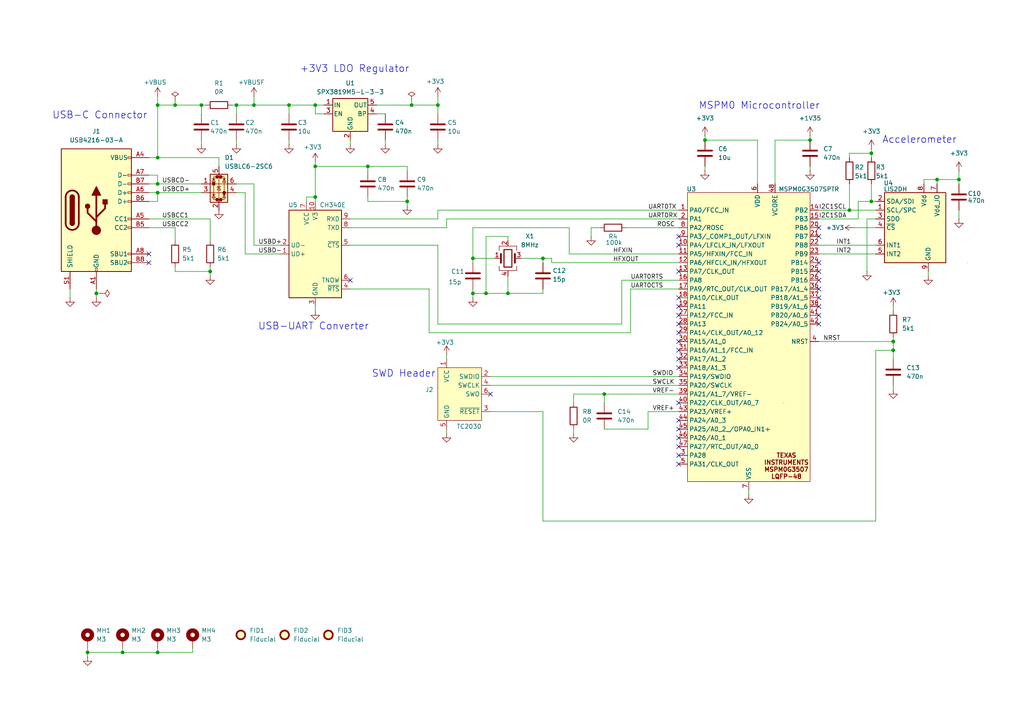
<source format=kicad_sch>
(kicad_sch (version 20250114) (generator "eeschema") (generator_version "9.0")
  (paper "A4")
  (title_block (title "MSPM0") (date "2025-12-05") (rev "A") (company "Umaid"))
  (text "MSPM0 Microcontroller" (at 220.218 30.734 0) (effects (font (size 2.032 2.032))))
  (text "Accelerometer" (at 266.7 40.64 0) (effects (font (size 2.032 2.032))))
  (text "USB-C Connector\n" (at 28.956 33.528 0) (effects (font (size 2.032 2.032))))
  (text "USB-UART Converter" (at 90.932 94.742 0) (effects (font (size 2.032 2.032))))
  (text "SWD Header" (at 117.094 108.458 0) (effects (font (size 2.032 2.032))))
  (text "+3V3 LDO Regulator" (at 102.87 20.066 0) (effects (font (size 2.032 2.032))))
  (junction (at 259.08 99.06))
  (junction (at 35.56 189.23))
  (junction (at 73.66 30.48))
  (junction (at 91.44 30.48))
  (junction (at 271.78 52.07))
  (junction (at 204.47 40.64))
  (junction (at 147.32 85.09))
  (junction (at 137.16 74.93))
  (junction (at 252.73 44.45))
  (junction (at 68.58 30.48))
  (junction (at 25.4 189.23))
  (junction (at 119.38 30.48))
  (junction (at 58.42 30.48))
  (junction (at 157.48 74.93))
  (junction (at 45.72 55.88))
  (junction (at 45.72 30.48))
  (junction (at 45.72 189.23))
  (junction (at 45.72 45.72))
  (junction (at 259.08 101.6))
  (junction (at 278.13 52.07))
  (junction (at 27.94 85.09))
  (junction (at 234.95 40.64))
  (junction (at 246.38 60.96))
  (junction (at 137.16 85.09))
  (junction (at 127 30.48))
  (junction (at 91.44 48.26))
  (junction (at 175.26 114.3))
  (junction (at 50.8 30.48))
  (junction (at 60.96 78.74))
  (junction (at 45.72 53.34))
  (junction (at 83.82 30.48))
  (junction (at 106.68 48.26))
  (junction (at 252.73 58.42))
  (junction (at 140.97 85.09))
  (junction (at 118.11 58.42))
  (junction (at 91.44 57.15))
  (no_connect (at 101.6 81.28))
  (no_connect (at 142.24 114.3))
  (no_connect (at 237.49 88.9))
  (no_connect (at 196.85 91.44))
  (no_connect (at 196.85 101.6))
  (no_connect (at 237.49 78.74))
  (no_connect (at 196.85 104.14))
  (no_connect (at 237.49 66.04))
  (no_connect (at 196.85 93.98))
  (no_connect (at 196.85 106.68))
  (no_connect (at 196.85 132.08))
  (no_connect (at 196.85 71.12))
  (no_connect (at 237.49 93.98))
  (no_connect (at 196.85 86.36))
  (no_connect (at 237.49 91.44))
  (no_connect (at 237.49 81.28))
  (no_connect (at 196.85 129.54))
  (no_connect (at 196.85 96.52))
  (no_connect (at 196.85 134.62))
  (no_connect (at 237.49 83.82))
  (no_connect (at 196.85 121.92))
  (no_connect (at 196.85 99.06))
  (no_connect (at 196.85 88.9))
  (no_connect (at 196.85 78.74))
  (no_connect (at 237.49 76.2))
  (no_connect (at 196.85 68.58))
  (no_connect (at 196.85 127))
  (no_connect (at 237.49 68.58))
  (no_connect (at 196.85 124.46))
  (no_connect (at 43.18 73.66))
  (no_connect (at 43.18 76.2))
  (no_connect (at 237.49 86.36))
  (no_connect (at 196.85 116.84))
  (wire (pts (xy 254 63.5) (xy 251.46 63.5)))
  (wire (pts (xy 83.82 30.48) (xy 91.44 30.48)))
  (wire (pts (xy 187.96 124.46) (xy 187.96 119.38)))
  (wire (pts (xy 101.6 66.04) (xy 129.54 66.04)))
  (wire (pts (xy 254 101.6) (xy 259.08 101.6)))
  (wire (pts (xy 43.18 45.72) (xy 45.72 45.72)))
  (wire (pts (xy 127 60.96) (xy 196.85 60.96)))
  (wire (pts (xy 45.72 45.72) (xy 63.5 45.72)))
  (wire (pts (xy 91.44 57.15) (xy 91.44 58.42)))
  (wire (pts (xy 127 30.48) (xy 127 33.02)))
  (wire (pts (xy 129.54 63.5) (xy 196.85 63.5)))
  (wire (pts (xy 27.94 85.09) (xy 29.21 85.09)))
  (wire (pts (xy 237.49 71.12) (xy 254 71.12)))
  (wire (pts (xy 129.54 125.73) (xy 129.54 124.46)))
  (wire (pts (xy 248.92 58.42) (xy 252.73 58.42)))
  (wire (pts (xy 252.73 53.34) (xy 252.73 58.42)))
  (wire (pts (xy 83.82 30.48) (xy 83.82 33.02)))
  (wire (pts (xy 60.96 78.74) (xy 60.96 77.47)))
  (wire (pts (xy 182.88 83.82) (xy 196.85 83.82)))
  (wire (pts (xy 91.44 48.26) (xy 106.68 48.26)))
  (wire (pts (xy 124.46 83.82) (xy 124.46 96.52)))
  (wire (pts (xy 81.28 73.66) (xy 71.12 73.66)))
  (wire (pts (xy 50.8 69.85) (xy 50.8 66.04)))
  (wire (pts (xy 55.88 187.96) (xy 55.88 189.23)))
  (wire (pts (xy 27.94 85.09) (xy 27.94 83.82)))
  (wire (pts (xy 137.16 86.36) (xy 137.16 85.09)))
  (wire (pts (xy 187.96 119.38) (xy 196.85 119.38)))
  (wire (pts (xy 106.68 48.26) (xy 106.68 49.53)))
  (wire (pts (xy 93.98 33.02) (xy 91.44 33.02)))
  (wire (pts (xy 58.42 41.91) (xy 58.42 40.64)))
  (wire (pts (xy 63.5 48.26) (xy 63.5 45.72)))
  (wire (pts (xy 50.8 78.74) (xy 60.96 78.74)))
  (wire (pts (xy 175.26 116.84) (xy 175.26 114.3)))
  (wire (pts (xy 45.72 27.94) (xy 45.72 30.48)))
  (wire (pts (xy 101.6 71.12) (xy 127 71.12)))
  (wire (pts (xy 45.72 30.48) (xy 50.8 30.48)))
  (wire (pts (xy 43.18 58.42) (xy 45.72 58.42)))
  (wire (pts (xy 91.44 46.99) (xy 91.44 48.26)))
  (wire (pts (xy 25.4 190.5) (xy 25.4 189.23)))
  (wire (pts (xy 166.37 114.3) (xy 175.26 114.3)))
  (wire (pts (xy 60.96 80.01) (xy 60.96 78.74)))
  (wire (pts (xy 45.72 187.96) (xy 45.72 189.23)))
  (wire (pts (xy 45.72 50.8) (xy 45.72 53.34)))
  (wire (pts (xy 118.11 58.42) (xy 118.11 57.15)))
  (wire (pts (xy 119.38 29.21) (xy 119.38 30.48)))
  (wire (pts (xy 25.4 187.96) (xy 25.4 189.23)))
  (wire (pts (xy 101.6 83.82) (xy 124.46 83.82)))
  (wire (pts (xy 142.24 111.76) (xy 196.85 111.76)))
  (wire (pts (xy 106.68 48.26) (xy 118.11 48.26)))
  (wire (pts (xy 157.48 76.2) (xy 157.48 74.93)))
  (wire (pts (xy 60.96 63.5) (xy 60.96 69.85)))
  (wire (pts (xy 278.13 60.96) (xy 278.13 63.5)))
  (wire (pts (xy 252.73 58.42) (xy 254 58.42)))
  (wire (pts (xy 173.99 66.04) (xy 171.45 66.04)))
  (wire (pts (xy 91.44 30.48) (xy 93.98 30.48)))
  (wire (pts (xy 252.73 44.45) (xy 252.73 43.18)))
  (wire (pts (xy 219.71 53.34) (xy 219.71 40.64)))
  (wire (pts (xy 124.46 96.52) (xy 182.88 96.52)))
  (wire (pts (xy 175.26 114.3) (xy 196.85 114.3)))
  (wire (pts (xy 35.56 189.23) (xy 45.72 189.23)))
  (wire (pts (xy 127 63.5) (xy 127 60.96)))
  (wire (pts (xy 91.44 90.17) (xy 91.44 88.9)))
  (wire (pts (xy 106.68 58.42) (xy 106.68 57.15)))
  (wire (pts (xy 91.44 33.02) (xy 91.44 30.48)))
  (wire (pts (xy 127 93.98) (xy 127 71.12)))
  (wire (pts (xy 175.26 124.46) (xy 187.96 124.46)))
  (wire (pts (xy 109.22 33.02) (xy 111.76 33.02)))
  (wire (pts (xy 119.38 30.48) (xy 127 30.48)))
  (wire (pts (xy 101.6 41.91) (xy 101.6 40.64)))
  (wire (pts (xy 259.08 99.06) (xy 237.49 99.06)))
  (wire (pts (xy 147.32 68.58) (xy 140.97 68.58)))
  (wire (pts (xy 50.8 29.21) (xy 50.8 30.48)))
  (wire (pts (xy 50.8 77.47) (xy 50.8 78.74)))
  (wire (pts (xy 106.68 58.42) (xy 118.11 58.42)))
  (wire (pts (xy 88.9 57.15) (xy 91.44 57.15)))
  (wire (pts (xy 237.49 60.96) (xy 246.38 60.96)))
  (wire (pts (xy 81.28 71.12) (xy 73.66 71.12)))
  (wire (pts (xy 246.38 45.72) (xy 246.38 44.45)))
  (wire (pts (xy 271.78 52.07) (xy 271.78 53.34)))
  (wire (pts (xy 157.48 119.38) (xy 157.48 151.13)))
  (wire (pts (xy 157.48 85.09) (xy 147.32 85.09)))
  (wire (pts (xy 247.65 66.04) (xy 254 66.04)))
  (wire (pts (xy 160.02 76.2) (xy 196.85 76.2)))
  (wire (pts (xy 43.18 50.8) (xy 45.72 50.8)))
  (wire (pts (xy 237.49 63.5) (xy 248.92 63.5)))
  (wire (pts (xy 246.38 60.96) (xy 254 60.96)))
  (wire (pts (xy 160.02 76.2) (xy 160.02 74.93)))
  (wire (pts (xy 43.18 55.88) (xy 45.72 55.88)))
  (wire (pts (xy 217.17 143.51) (xy 217.17 142.24)))
  (wire (pts (xy 35.56 187.96) (xy 35.56 189.23)))
  (wire (pts (xy 142.24 119.38) (xy 157.48 119.38)))
  (wire (pts (xy 259.08 104.14) (xy 259.08 101.6)))
  (wire (pts (xy 269.24 78.74) (xy 269.24 80.01)))
  (wire (pts (xy 224.79 40.64) (xy 234.95 40.64)))
  (wire (pts (xy 45.72 58.42) (xy 45.72 55.88)))
  (wire (pts (xy 219.71 40.64) (xy 204.47 40.64)))
  (wire (pts (xy 67.31 30.48) (xy 68.58 30.48)))
  (wire (pts (xy 68.58 55.88) (xy 71.12 55.88)))
  (wire (pts (xy 137.16 66.04) (xy 137.16 74.93)))
  (wire (pts (xy 182.88 96.52) (xy 182.88 83.82)))
  (wire (pts (xy 50.8 66.04) (xy 43.18 66.04)))
  (wire (pts (xy 246.38 44.45) (xy 252.73 44.45)))
  (wire (pts (xy 166.37 125.73) (xy 166.37 124.46)))
  (wire (pts (xy 147.32 85.09) (xy 140.97 85.09)))
  (wire (pts (xy 68.58 30.48) (xy 73.66 30.48)))
  (wire (pts (xy 252.73 44.45) (xy 252.73 45.72)))
  (wire (pts (xy 140.97 85.09) (xy 137.16 85.09)))
  (wire (pts (xy 58.42 30.48) (xy 59.69 30.48)))
  (wire (pts (xy 109.22 30.48) (xy 119.38 30.48)))
  (wire (pts (xy 171.45 66.04) (xy 171.45 68.58)))
  (wire (pts (xy 118.11 48.26) (xy 118.11 49.53)))
  (wire (pts (xy 20.32 86.36) (xy 20.32 83.82)))
  (wire (pts (xy 58.42 30.48) (xy 58.42 33.02)))
  (wire (pts (xy 147.32 68.58) (xy 147.32 69.85)))
  (wire (pts (xy 204.47 49.53) (xy 204.47 48.26)))
  (wire (pts (xy 234.95 49.53) (xy 234.95 48.26)))
  (wire (pts (xy 129.54 102.87) (xy 129.54 104.14)))
  (wire (pts (xy 83.82 41.91) (xy 83.82 40.64)))
  (wire (pts (xy 248.92 63.5) (xy 248.92 58.42)))
  (wire (pts (xy 259.08 88.9) (xy 259.08 90.17)))
  (wire (pts (xy 165.1 66.04) (xy 165.1 73.66)))
  (wire (pts (xy 224.79 53.34) (xy 224.79 40.64)))
  (wire (pts (xy 160.02 74.93) (xy 157.48 74.93)))
  (wire (pts (xy 267.97 52.07) (xy 271.78 52.07)))
  (wire (pts (xy 137.16 76.2) (xy 137.16 74.93)))
  (wire (pts (xy 204.47 39.37) (xy 204.47 40.64)))
  (wire (pts (xy 68.58 41.91) (xy 68.58 40.64)))
  (wire (pts (xy 73.66 27.94) (xy 73.66 30.48)))
  (wire (pts (xy 165.1 73.66) (xy 196.85 73.66)))
  (wire (pts (xy 27.94 86.36) (xy 27.94 85.09)))
  (wire (pts (xy 45.72 189.23) (xy 55.88 189.23)))
  (wire (pts (xy 73.66 30.48) (xy 83.82 30.48)))
  (wire (pts (xy 142.24 109.22) (xy 196.85 109.22)))
  (wire (pts (xy 91.44 48.26) (xy 91.44 57.15)))
  (wire (pts (xy 278.13 52.07) (xy 278.13 53.34)))
  (wire (pts (xy 45.72 55.88) (xy 58.42 55.88)))
  (wire (pts (xy 254 151.13) (xy 254 101.6)))
  (wire (pts (xy 127 27.94) (xy 127 30.48)))
  (wire (pts (xy 166.37 116.84) (xy 166.37 114.3)))
  (wire (pts (xy 129.54 66.04) (xy 129.54 63.5)))
  (wire (pts (xy 180.34 81.28) (xy 196.85 81.28)))
  (wire (pts (xy 43.18 63.5) (xy 60.96 63.5)))
  (wire (pts (xy 234.95 39.37) (xy 234.95 40.64)))
  (wire (pts (xy 25.4 189.23) (xy 35.56 189.23)))
  (wire (pts (xy 111.76 41.91) (xy 111.76 40.64)))
  (wire (pts (xy 118.11 59.69) (xy 118.11 58.42)))
  (wire (pts (xy 88.9 58.42) (xy 88.9 57.15)))
  (wire (pts (xy 45.72 30.48) (xy 45.72 45.72)))
  (wire (pts (xy 251.46 63.5) (xy 251.46 78.74)))
  (wire (pts (xy 267.97 53.34) (xy 267.97 52.07)))
  (wire (pts (xy 157.48 151.13) (xy 254 151.13)))
  (wire (pts (xy 151.13 74.93) (xy 157.48 74.93)))
  (wire (pts (xy 73.66 53.34) (xy 68.58 53.34)))
  (wire (pts (xy 137.16 74.93) (xy 143.51 74.93)))
  (wire (pts (xy 180.34 93.98) (xy 180.34 81.28)))
  (wire (pts (xy 45.72 53.34) (xy 58.42 53.34)))
  (wire (pts (xy 271.78 52.07) (xy 278.13 52.07)))
  (wire (pts (xy 278.13 49.53) (xy 278.13 52.07)))
  (wire (pts (xy 43.18 53.34) (xy 45.72 53.34)))
  (wire (pts (xy 127 93.98) (xy 180.34 93.98)))
  (wire (pts (xy 137.16 66.04) (xy 165.1 66.04)))
  (wire (pts (xy 73.66 71.12) (xy 73.66 53.34)))
  (wire (pts (xy 157.48 83.82) (xy 157.48 85.09)))
  (wire (pts (xy 259.08 97.79) (xy 259.08 99.06)))
  (wire (pts (xy 259.08 113.03) (xy 259.08 111.76)))
  (wire (pts (xy 137.16 85.09) (xy 137.16 83.82)))
  (wire (pts (xy 237.49 73.66) (xy 254 73.66)))
  (wire (pts (xy 127 41.91) (xy 127 40.64)))
  (wire (pts (xy 246.38 53.34) (xy 246.38 60.96)))
  (wire (pts (xy 50.8 30.48) (xy 58.42 30.48)))
  (wire (pts (xy 68.58 30.48) (xy 68.58 33.02)))
  (wire (pts (xy 71.12 73.66) (xy 71.12 55.88)))
  (wire (pts (xy 181.61 66.04) (xy 196.85 66.04)))
  (wire (pts (xy 259.08 101.6) (xy 259.08 99.06)))
  (wire (pts (xy 140.97 68.58) (xy 140.97 85.09)))
  (wire (pts (xy 101.6 63.5) (xy 127 63.5)))
  (wire (pts (xy 147.32 80.01) (xy 147.32 85.09)))
  (label "VREF+" (at 189.23 119.38 0))
  (label "ROSC" (at 190.5 66.04 0))
  (label "HFXIN" (at 177.8 73.66 0))
  (label "USBCD+" (at 46.99 55.88 0))
  (label "UART0RX" (at 187.96 63.5 0))
  (label "UART0RTS" (at 182.88 81.28 0))
  (label "USBCC2" (at 46.99 66.04 0))
  (label "USBD-" (at 74.93 73.66 0))
  (label "SWCLK" (at 189.23 111.76 0))
  (label "USBCC1" (at 46.99 63.5 0))
  (label "UART0TX" (at 187.96 60.96 0))
  (label "INT2" (at 242.57 73.66 0))
  (label "I2C1SCL" (at 237.49 60.96 0))
  (label "HFXOUT" (at 177.8 76.2 0))
  (label "NRST" (at 238.76 99.06 0))
  (label "VREF-" (at 189.23 114.3 0))
  (label "INT1" (at 242.57 71.12 0))
  (label "I2C1SDA" (at 237.49 63.5 0))
  (label "USBCD-" (at 46.99 53.34 0))
  (label "USBD+" (at 74.93 71.12 0))
  (label "UART0CTS" (at 182.88 83.82 0))
  (label "SWDIO" (at 189.23 109.22 0))
  (symbol (lib_id "power:+3V3") (at 127 27.94 0) (unit 1)
    (property "Reference" "#PWR03" (effects (hide yes)))
    (property "Value" "+3V3" (at 126.238 23.622 0))
    (property "Description" "Power symbol creates a global label with name \"+3V3\"" (effects (hide yes)))
  )
  (symbol (lib_id "power:GND") (at 259.08 113.03 0) (unit 1)
    (property "Reference" "#PWR031" (effects (hide yes)))
    (property "Value" "GND" (effects (hide yes)))
    (property "Description" "Power symbol creates a global label with name \"GND\" , ground" (effects (hide yes)))
  )
  (symbol (lib_id "power:GND") (at 101.6 41.91 0) (unit 1)
    (property "Reference" "#PWR09" (effects (hide yes)))
    (property "Value" "GND" (effects (hide yes)))
    (property "Description" "Power symbol creates a global label with name \"GND\" , ground" (effects (hide yes)))
  )
  (symbol (lib_id "power:GND") (at 25.4 190.5 0) (unit 1)
    (property "Reference" "#PWR035" (effects (hide yes)))
    (property "Value" "GND" (effects (hide yes)))
    (property "Description" "Power symbol creates a global label with name \"GND\" , ground" (effects (hide yes)))
  )
  (symbol (lib_id "power:GND") (at 129.54 125.73 0) (unit 1)
    (property "Reference" "#PWR032" (effects (hide yes)))
    (property "Value" "GND" (effects (hide yes)))
    (property "Description" "Power symbol creates a global label with name \"GND\" , ground" (effects (hide yes)))
  )
  (symbol (lib_id "Mechanical:Fiducial") (at 95.25 184.15 0) (unit 1) (in_bom no)
    (property "Reference" "FID3" (at 97.79 182.8799 0) (effects (justify left)))
    (property "Value" "Fiducial" (at 97.79 185.4199 0) (effects (justify left)))
    (property "Footprint" "Fiducial:Fiducial_1mm_Mask2mm" (effects (hide yes)))
    (property "Description" "Fiducial Marker" (effects (hide yes)))
  )
  (symbol (lib_id "Regulator_Linear:SPX3819M5-L-3-3") (at 101.6 33.02 0) (unit 1)
    (property "Reference" "U1" (at 101.6 24.13 0))
    (property "Value" "SPX3819M5-L-3-3" (at 101.6 26.67 0))
    (property "Footprint" "Package_TO_SOT_SMD:SOT-23-5" (effects (hide yes)))
    (property "Datasheet" "https://www.lcsc.com/datasheet/C9055.pdf" (effects (hide yes)))
    (property "Description" "500mA Low drop-out regulator, Fixed Output 3.3V, SOT-23-5" (effects (hide yes)))
  )
  (symbol (lib_id "Mechanical:MountingHole_Pad") (at 25.4 185.42 0) (unit 1) (in_bom no)
    (property "Reference" "MH1" (at 27.94 182.8799 0) (effects (justify left)))
    (property "Value" "M3" (at 27.94 185.4199 0) (effects (justify left)))
    (property "Footprint" "MountingHole:MountingHole_3.2mm_M3_Pad_Via" (effects (hide yes)))
    (property "Description" "Mounting Hole with connection" (effects (hide yes)))
  )
  (symbol (lib_id "power:GND") (at 20.32 86.36 0) (unit 1)
    (property "Reference" "#PWR025" (effects (hide yes)))
    (property "Value" "GND" (effects (hide yes)))
    (property "Description" "Power symbol creates a global label with name \"GND\" , ground" (effects (hide yes)))
  )
  (symbol (lib_id "Interface_USB:CH340E") (at 91.44 73.66 0) (unit 1)
    (property "Reference" "U5" (at 83.566 59.436 0) (effects (justify left)))
    (property "Value" "CH340E" (at 92.71 59.436 0) (effects (justify left)))
    (property "Footprint" "Package_SO:MSOP-10_3x3mm_P0.5mm" (effects (hide yes)))
    (property "Datasheet" "https://www.mpja.com/download/35227cpdata.pdf" (effects (hide yes)))
    (property "Description" "USB serial converter, UART, MSOP-10" (effects (hide yes)))
  )
  (symbol (lib_id "Device:R") (at 259.08 93.98 0) (unit 1)
    (property "Reference" "R7" (at 261.62 92.7099 0) (effects (justify left)))
    (property "Value" "5k1" (at 261.62 95.2499 0) (effects (justify left)))
    (property "Footprint" "Resistor_SMD:R_0603_1608Metric" (effects (hide yes)))
    (property "Datasheet" "https://www.yageogroup.com/content/datasheet/asset/file/PYU-RC_GROUP_51_ROHS_L" (effects (hide yes)))
    (property "Description" "51 kOhms ±1% 0.1W, 1/10W Chip Resistor 0603 (1608 Metric) Moisture Resistant Thick Film" (effects (hide yes)))
    (property "Manufacturer" "YAGEO" (effects (hide yes)))
    (property "Manufacturer Part Number" "RC0603FR-0751KL" (effects (hide yes)))
    (property "Distributor Link 1" "https://www.digikey.ca/en/products/detail/yageo/RC0603FR-0751KL/727282" (effects (hide yes)))
    (property "Distributor Link 2" "https://www.mouser.ca/ProductDetail/YAGEO/RC0603FR-0751KL?qs=gt6vzsuosg0qFVKA4rhikw%3D%3D" (effects (hide yes)))
    (property "LCSC" " C107231" (effects (hide yes)))
  )
  (symbol (lib_id "power:+3V3") (at 252.73 43.18 0) (unit 1)
    (property "Reference" "#PWR012" (effects (hide yes)))
    (property "Value" "+3V3" (at 252.73 38.1 0))
    (property "Description" "Power symbol creates a global label with name \"+3V3\"" (effects (hide yes)))
  )
  (symbol (lib_id "power:GND") (at 137.16 86.36 0) (unit 1)
    (property "Reference" "#PWR027" (effects (hide yes)))
    (property "Value" "GND" (effects (hide yes)))
    (property "Description" "Power symbol creates a global label with name \"GND\" , ground" (effects (hide yes)))
  )
  (symbol (lib_id "power:GND") (at 171.45 68.58 0) (unit 1)
    (property "Reference" "#PWR021" (effects (hide yes)))
    (property "Value" "GND" (effects (hide yes)))
    (property "Description" "Power symbol creates a global label with name \"GND\" , ground" (effects (hide yes)))
  )
  (symbol (lib_id "Device:C") (at 234.95 44.45 0) (unit 1)
    (property "Reference" "C7" (at 238.76 43.1799 0) (effects (justify left)))
    (property "Value" "470n" (at 238.76 45.7199 0) (effects (justify left)))
    (property "Footprint" "Capacitor_SMD:C_0603_1608Metric" (effects (hide yes)))
    (property "Datasheet" "https://www.samsungsem.com/resources/file/global/support/product_catalog/MLCC.pdf" (effects (hide yes)))
    (property "Description" "Multilayer Ceramic Capacitors MLCC - SMD/SMT 470nF+/-10% 25V X7R 0603" (effects (hide yes)))
    (property "Manufacturer" "Samsung" (effects (hide yes)))
    (property "Manufacturer Part Number" "CL10B474KA8NNNC" (effects (hide yes)))
    (property "Distributor Link 1" "https://www.mouser.ca/ProductDetail/Samsung-Electro-Mechanics/CL10B474KA8NNNC?qs=X6jEic%2FHinB5K8vFqKDbLw%3D%3D" (effects (hide yes)))
    (property "Distributor Link 2" "https://www.digikey.ca/en/products/detail/samsung-electro-mechanics/CL10B474KA8NNNC/3887741?s=N4IgTCBcDaIMIBkCMAGAQgFgOwYNIEEAOAOVLhAF0BfIA" (effects (hide yes)))
    (property "LCSC" "C1623" (effects (hide yes)))
  )
  (symbol (lib_id "power:GND") (at 58.42 41.91 0) (unit 1)
    (property "Reference" "#PWR06" (effects (hide yes)))
    (property "Value" "GND" (effects (hide yes)))
    (property "Description" "Power symbol creates a global label with name \"GND\" , ground" (effects (hide yes)))
  )
  (symbol (lib_id "power:GND") (at 217.17 143.51 0) (unit 1)
    (property "Reference" "#PWR034" (effects (hide yes)))
    (property "Value" "GND" (effects (hide yes)))
    (property "Description" "Power symbol creates a global label with name \"GND\" , ground" (effects (hide yes)))
  )
  (symbol (lib_id "power:+3V3") (at 91.44 46.99 0) (unit 1)
    (property "Reference" "#PWR013" (effects (hide yes)))
    (property "Value" "+3V3" (at 90.678 42.672 0))
    (property "Description" "Power symbol creates a global label with name \"+3V3\"" (effects (hide yes)))
  )
  (symbol (lib_id "power:GND") (at 234.95 49.53 0) (unit 1)
    (property "Reference" "#PWR015" (effects (hide yes)))
    (property "Value" "GND" (effects (hide yes)))
    (property "Description" "Power symbol creates a global label with name \"GND\" , ground" (effects (hide yes)))
  )
  (symbol (lib_id "Device:R") (at 50.8 73.66 0) (unit 1)
    (property "Reference" "R5" (at 52.832 72.39 0) (effects (justify left)))
    (property "Value" "5k1" (at 52.832 74.93 0) (effects (justify left)))
    (property "Footprint" "Resistor_SMD:R_0603_1608Metric" (effects (hide yes)))
    (property "Datasheet" "https://www.yageogroup.com/content/datasheet/asset/file/PYU-RC_GROUP_51_ROHS_L" (effects (hide yes)))
    (property "Description" "51 kOhms ±1% 0.1W, 1/10W Chip Resistor 0603 (1608 Metric) Moisture Resistant Thick Film" (effects (hide yes)))
    (property "Manufacturer" "YAGEO" (effects (hide yes)))
    (property "Manufacturer Part Number" "RC0603FR-0751KL" (effects (hide yes)))
    (property "Distributor Link 1" "https://www.digikey.ca/en/products/detail/yageo/RC0603FR-0751KL/727282" (effects (hide yes)))
    (property "Distributor Link 2" "https://www.mouser.ca/ProductDetail/YAGEO/RC0603FR-0751KL?qs=gt6vzsuosg0qFVKA4rhikw%3D%3D" (effects (hide yes)))
    (property "LCSC" " C107231" (effects (hide yes)))
  )
  (symbol (lib_id "power:GND") (at 60.96 80.01 0) (unit 1)
    (property "Reference" "#PWR023" (effects (hide yes)))
    (property "Value" "GND" (effects (hide yes)))
    (property "Description" "Power symbol creates a global label with name \"GND\" , ground" (effects (hide yes)))
  )
  (symbol (lib_id "Device:C") (at 157.48 80.01 0) (unit 1)
    (property "Reference" "C12" (at 160.274 78.486 0) (effects (justify left)))
    (property "Value" "15p" (at 160.274 81.026 0) (effects (justify left)))
    (property "Footprint" "Capacitor_SMD:C_0603_1608Metric" (effects (hide yes)))
    (property "Datasheet" "https://www.samsungsem.com/resources/file/global/support/product_catalog/MLCC.pdf" (effects (hide yes)))
    (property "Description" "Multilayer Ceramic Capacitors MLCC - SMD/SMT 470nF+/-10% 25V X7R 0603" (effects (hide yes)))
    (property "Manufacturer" "Samsung" (effects (hide yes)))
    (property "Manufacturer Part Number" "CL10B474KA8NNNC" (effects (hide yes)))
    (property "Distributor Link 1" "https://www.mouser.ca/ProductDetail/Samsung-Electro-Mechanics/CL10B474KA8NNNC?qs=X6jEic%2FHinB5K8vFqKDbLw%3D%3D" (effects (hide yes)))
    (property "Distributor Link 2" "https://www.digikey.ca/en/products/detail/samsung-electro-mechanics/CL10B474KA8NNNC/3887741?s=N4IgTCBcDaIMIBkCMAGAQgFgOwYNIEEAOAOVLhAF0BfIA" (effects (hide yes)))
    (property "LCSC" "C1623" (effects (hide yes)))
  )
  (symbol (lib_id "Device:C") (at 259.08 107.95 0) (unit 1)
    (property "Reference" "C13" (at 262.89 106.6799 0) (effects (justify left)))
    (property "Value" "470n" (at 262.89 109.2199 0) (effects (justify left)))
    (property "Footprint" "Capacitor_SMD:C_0603_1608Metric" (effects (hide yes)))
    (property "Datasheet" "https://www.samsungsem.com/resources/file/global/support/product_catalog/MLCC.pdf" (effects (hide yes)))
    (property "Description" "Multilayer Ceramic Capacitors MLCC - SMD/SMT 470nF+/-10% 25V X7R 0603" (effects (hide yes)))
    (property "Manufacturer" "Samsung" (effects (hide yes)))
    (property "Manufacturer Part Number" "CL10B474KA8NNNC" (effects (hide yes)))
    (property "Distributor Link 1" "https://www.mouser.ca/ProductDetail/Samsung-Electro-Mechanics/CL10B474KA8NNNC?qs=X6jEic%2FHinB5K8vFqKDbLw%3D%3D" (effects (hide yes)))
    (property "Distributor Link 2" "https://www.digikey.ca/en/products/detail/samsung-electro-mechanics/CL10B474KA8NNNC/3887741?s=N4IgTCBcDaIMIBkCMAGAQgFgOwYNIEEAOAOVLhAF0BfIA" (effects (hide yes)))
    (property "LCSC" "C1623" (effects (hide yes)))
  )
  (symbol (lib_id "power:GND") (at 127 41.91 0) (unit 1)
    (property "Reference" "#PWR011" (effects (hide yes)))
    (property "Value" "GND" (effects (hide yes)))
    (property "Description" "Power symbol creates a global label with name \"GND\" , ground" (effects (hide yes)))
  )
  (symbol (lib_id "Device:R") (at 63.5 30.48 90) (unit 1)
    (property "Reference" "R1" (at 63.5 24.13 90))
    (property "Value" "0R" (at 63.5 26.67 90))
    (property "Footprint" "Resistor_SMD:R_0603_1608Metric" (effects (hide yes)))
    (property "Datasheet" "https://www.yageogroup.com/content/datasheet/asset/file/PYU-RC_GROUP_51_ROHS_L" (effects (hide yes)))
    (property "Description" "Thick Film Resistors - SMD General Purpose Chip Resistor 0402, 0Ohms, 1%, 1/16W" (effects (hide yes)))
    (property "Manufacturer" "YAGEO" (effects (hide yes)))
    (property "Manufacturer Part Number" "RC0402FR-070RL" (effects (hide yes)))
    (property "Distributor Link 1" "https://www.digikey.ca/en/products/detail/yageo/RC0402FR-070RL/2827570?s=N4IgTCBcDaIJoEEDiBRA8gAgEoGEAMALHmAGJYC0eA7HlgDIgC6AvkA" (effects (hide yes)))
    (property "Distributor Link 2" "https://www.mouser.ca/ProductDetail/YAGEO/RC0402FR-070RL?qs=sxZXDnvRBEhfSy4CZGX2ww%3D%3D" (effects (hide yes)))
    (property "LCSC" "C106231" (effects (hide yes)))
  )
  (symbol (lib_id "power:GND") (at 68.58 41.91 0) (unit 1)
    (property "Reference" "#PWR07" (effects (hide yes)))
    (property "Value" "GND" (effects (hide yes)))
    (property "Description" "Power symbol creates a global label with name \"GND\" , ground" (effects (hide yes)))
  )
  (symbol (lib_id "MSPM0-SchematicSymLib:MSPM0G3507") (at 199.39 55.88 0) (unit 1)
    (property "Reference" "U3" (at 199.136 54.864 0) (effects (justify left)))
    (property "Value" "MSPM0G3507SPTR" (at 225.806 54.864 0) (effects (justify left)))
    (property "Footprint" "Package_QFP:LQFP-48_7x7mm_P0.5mm" (effects (hide yes)))
    (property "Datasheet" "https://www.ti.com/lit/ds/symlink/mspm0g3507.pdf?ts=1764947719310&ref_url=https%253A%252F%252Fwww.ti.com%252Fproduct%252FMSPM0G3507%252Fpart-details%252FMSPM0G3507SPTR" (effects (hide yes)))
    (property "Description" "Microcontroller Arm® 32-bit Cortex®-M0+ CPU, frequency up to 80MHz, 128KB of flash memory, 32KB of SRAM" (effects (hide yes)))
    (property "Manufacturer" "Texas Instruments" (effects (hide yes)))
    (property "Manufacturer Part Number" "MSPM0G3507SPTR" (effects (hide yes)))
    (property "Distributor Link 1" "https://www.digikey.ca/en/products/detail/texas-instruments/MSPM0G3507SPTR/22106901?s=N4IgTCBcDaILYGcAOcAMBzAzAVlQdmQBcAnEAXQF8g" (effects (hide yes)))
    (property "Distributor Link 2" "https://www.mouser.ca/ProductDetail/Texas-Instruments/MSPM0G3507SPTR?qs=ST9lo4GX8V1GEI0H4GAJcA%3D%3D" (effects (hide yes)))
    (property "LCSC" "C22362630" (effects (hide yes)))
  )
  (symbol (lib_id "power:PWR_FLAG") (at 29.21 85.09 270) (unit 1)
    (property "Reference" "#FLG01" (effects (hide yes)))
    (property "Value" "PWR_FLAG" (effects (hide yes)))
    (property "Description" "Special symbol for telling ERC where power comes from" (effects (hide yes)))
  )
  (symbol (lib_id "power:GND") (at 118.11 59.69 0) (unit 1)
    (property "Reference" "#PWR017" (effects (hide yes)))
    (property "Value" "GND" (effects (hide yes)))
    (property "Description" "Power symbol creates a global label with name \"GND\" , ground" (effects (hide yes)))
  )
  (symbol (lib_id "power:GND") (at 278.13 63.5 0) (unit 1)
    (property "Reference" "#PWR019" (effects (hide yes)))
    (property "Value" "GND" (effects (hide yes)))
    (property "Description" "Power symbol creates a global label with name \"GND\" , ground" (effects (hide yes)))
  )
  (symbol (lib_id "Device:C") (at 175.26 120.65 0) (unit 1)
    (property "Reference" "C14" (at 179.07 119.3799 0) (effects (justify left)))
    (property "Value" "470n" (at 179.07 121.9199 0) (effects (justify left)))
    (property "Footprint" "Capacitor_SMD:C_0603_1608Metric" (effects (hide yes)))
    (property "Datasheet" "https://www.samsungsem.com/resources/file/global/support/product_catalog/MLCC.pdf" (effects (hide yes)))
    (property "Description" "Multilayer Ceramic Capacitors MLCC - SMD/SMT 470nF+/-10% 25V X7R 0603" (effects (hide yes)))
    (property "Manufacturer" "Samsung" (effects (hide yes)))
    (property "Manufacturer Part Number" "CL10B474KA8NNNC" (effects (hide yes)))
    (property "Distributor Link 1" "https://www.mouser.ca/ProductDetail/Samsung-Electro-Mechanics/CL10B474KA8NNNC?qs=X6jEic%2FHinB5K8vFqKDbLw%3D%3D" (effects (hide yes)))
    (property "Distributor Link 2" "https://www.digikey.ca/en/products/detail/samsung-electro-mechanics/CL10B474KA8NNNC/3887741?s=N4IgTCBcDaIMIBkCMAGAQgFgOwYNIEEAOAOVLhAF0BfIA" (effects (hide yes)))
    (property "LCSC" "C1623" (effects (hide yes)))
  )
  (symbol (lib_id "power:GND") (at 111.76 41.91 0) (unit 1)
    (property "Reference" "#PWR010" (effects (hide yes)))
    (property "Value" "GND" (effects (hide yes)))
    (property "Description" "Power symbol creates a global label with name \"GND\" , ground" (effects (hide yes)))
  )
  (symbol (lib_id "Mechanical:Fiducial") (at 82.55 184.15 0) (unit 1) (in_bom no)
    (property "Reference" "FID2" (at 85.09 182.8799 0) (effects (justify left)))
    (property "Value" "Fiducial" (at 85.09 185.4199 0) (effects (justify left)))
    (property "Footprint" "Fiducial:Fiducial_1mm_Mask2mm" (effects (hide yes)))
    (property "Description" "Fiducial Marker" (effects (hide yes)))
  )
  (symbol (lib_id "Device:C") (at 278.13 57.15 0) (unit 1)
    (property "Reference" "C10" (at 280.67 56.134 0) (effects (justify left)))
    (property "Value" "470n" (at 280.67 58.166 0) (effects (justify left)))
    (property "Footprint" "Capacitor_SMD:C_0603_1608Metric" (effects (hide yes)))
    (property "Datasheet" "https://www.samsungsem.com/resources/file/global/support/product_catalog/MLCC.pdf" (effects (hide yes)))
    (property "Description" "Multilayer Ceramic Capacitors MLCC - SMD/SMT 470nF+/-10% 25V X7R 0603" (effects (hide yes)))
    (property "Manufacturer" "Samsung" (effects (hide yes)))
    (property "Manufacturer Part Number" "CL10B474KA8NNNC" (effects (hide yes)))
    (property "Distributor Link 1" "https://www.mouser.ca/ProductDetail/Samsung-Electro-Mechanics/CL10B474KA8NNNC?qs=X6jEic%2FHinB5K8vFqKDbLw%3D%3D" (effects (hide yes)))
    (property "Distributor Link 2" "https://www.digikey.ca/en/products/detail/samsung-electro-mechanics/CL10B474KA8NNNC/3887741?s=N4IgTCBcDaIMIBkCMAGAQgFgOwYNIEEAOAOVLhAF0BfIA" (effects (hide yes)))
    (property "LCSC" "C1623" (effects (hide yes)))
  )
  (symbol (lib_id "Device:R") (at 166.37 120.65 0) (unit 1)
    (property "Reference" "R8" (at 168.91 119.3799 0) (effects (justify left)))
    (property "Value" "0R" (at 168.91 121.9199 0) (effects (justify left)))
    (property "Footprint" "Resistor_SMD:R_0603_1608Metric" (effects (hide yes)))
    (property "Datasheet" "https://www.yageogroup.com/content/datasheet/asset/file/PYU-RC_GROUP_51_ROHS_L" (effects (hide yes)))
    (property "Description" "Thick Film Resistors - SMD General Purpose Chip Resistor 0402, 0Ohms, 1%, 1/16W" (effects (hide yes)))
    (property "Manufacturer" "YAGEO" (effects (hide yes)))
    (property "Manufacturer Part Number" "RC0402FR-070RL" (effects (hide yes)))
    (property "Distributor Link 1" "https://www.digikey.ca/en/products/detail/yageo/RC0402FR-070RL/2827570?s=N4IgTCBcDaIJoEEDiBRA8gAgEoGEAMALHmAGJYC0eA7HlgDIgC6AvkA" (effects (hide yes)))
    (property "Distributor Link 2" "https://www.mouser.ca/ProductDetail/YAGEO/RC0402FR-070RL?qs=sxZXDnvRBEhfSy4CZGX2ww%3D%3D" (effects (hide yes)))
    (property "LCSC" "C106231" (effects (hide yes)))
  )
  (symbol (lib_id "power:GND") (at 251.46 78.74 0) (unit 1)
    (property "Reference" "#PWR022" (effects (hide yes)))
    (property "Value" "GND" (effects (hide yes)))
    (property "Description" "Power symbol creates a global label with name \"GND\" , ground" (effects (hide yes)))
  )
  (symbol (lib_id "power:+3V3") (at 259.08 88.9 0) (unit 1)
    (property "Reference" "#PWR028" (effects (hide yes)))
    (property "Value" "+3V3" (at 258.572 84.836 0))
    (property "Description" "Power symbol creates a global label with name \"+3V3\"" (effects (hide yes)))
  )
  (symbol (lib_id "Connector:Conn_ARM_SWD_TagConnect_TC2030") (at 132.08 114.3 0) (unit 1) (in_bom no)
    (property "Reference" "J2" (at 125.73 113.0299 0) (effects (justify right)))
    (property "Value" "TC2030" (at 139.7 123.698 0) (effects (justify right)))
    (property "Footprint" "Connector:Tag-Connect_TC2030-IDC-FP_2x03_P1.27mm_Vertical" (effects (hide yes)))
    (property "Datasheet" "https://www.tag-connect.com/wp-content/uploads/bsk-pdf-manager/TC2030-CTX_1.pdf" (effects (hide yes)))
    (property "Description" "Tag-Connect ARM Cortex SWD JTAG connector, 6 pin" (effects (hide yes)))
  )
  (symbol (lib_id "power:GND") (at 204.47 49.53 0) (unit 1)
    (property "Reference" "#PWR014" (effects (hide yes)))
    (property "Value" "GND" (effects (hide yes)))
    (property "Description" "Power symbol creates a global label with name \"GND\" , ground" (effects (hide yes)))
  )
  (symbol (lib_id "power:+3V3") (at 204.47 39.37 0) (unit 1)
    (property "Reference" "#PWR04" (effects (hide yes)))
    (property "Value" "+3V3" (at 204.47 34.29 0))
    (property "Description" "Power symbol creates a global label with name \"+3V3\"" (effects (hide yes)))
  )
  (symbol (lib_id "Device:R") (at 252.73 49.53 0) (unit 1)
    (property "Reference" "R3" (at 254 48.514 0) (effects (justify left)))
    (property "Value" "5k1" (at 254 51.054 0) (effects (justify left)))
    (property "Footprint" "Resistor_SMD:R_0603_1608Metric" (effects (hide yes)))
    (property "Datasheet" "https://www.yageogroup.com/content/datasheet/asset/file/PYU-RC_GROUP_51_ROHS_L" (effects (hide yes)))
    (property "Description" "51 kOhms ±1% 0.1W, 1/10W Chip Resistor 0603 (1608 Metric) Moisture Resistant Thick Film" (effects (hide yes)))
    (property "Manufacturer" "YAGEO" (effects (hide yes)))
    (property "Manufacturer Part Number" "RC0603FR-0751KL" (effects (hide yes)))
    (property "Distributor Link 1" "https://www.digikey.ca/en/products/detail/yageo/RC0603FR-0751KL/727282" (effects (hide yes)))
    (property "Distributor Link 2" "https://www.mouser.ca/ProductDetail/YAGEO/RC0603FR-0751KL?qs=gt6vzsuosg0qFVKA4rhikw%3D%3D" (effects (hide yes)))
    (property "LCSC" " C107231" (effects (hide yes)))
  )
  (symbol (lib_id "Device:R") (at 246.38 49.53 0) (unit 1)
    (property "Reference" "R2" (at 247.904 48.514 0) (effects (justify left)))
    (property "Value" "5k1" (at 247.904 51.054 0) (effects (justify left)))
    (property "Footprint" "Resistor_SMD:R_0603_1608Metric" (effects (hide yes)))
    (property "Datasheet" "https://www.yageogroup.com/content/datasheet/asset/file/PYU-RC_GROUP_51_ROHS_L" (effects (hide yes)))
    (property "Description" "51 kOhms ±1% 0.1W, 1/10W Chip Resistor 0603 (1608 Metric) Moisture Resistant Thick Film" (effects (hide yes)))
    (property "Manufacturer" "YAGEO" (effects (hide yes)))
    (property "Manufacturer Part Number" "RC0603FR-0751KL" (effects (hide yes)))
    (property "Distributor Link 1" "https://www.digikey.ca/en/products/detail/yageo/RC0603FR-0751KL/727282" (effects (hide yes)))
    (property "Distributor Link 2" "https://www.mouser.ca/ProductDetail/YAGEO/RC0603FR-0751KL?qs=gt6vzsuosg0qFVKA4rhikw%3D%3D" (effects (hide yes)))
    (property "LCSC" " C107231" (effects (hide yes)))
  )
  (symbol (lib_id "power:VBUS") (at 45.72 27.94 0) (unit 1)
    (property "Reference" "#PWR01" (effects (hide yes)))
    (property "Value" "+VBUS" (at 44.958 23.876 0))
    (property "Description" "Power symbol creates a global label with name \"VBUS\"" (effects (hide yes)))
  )
  (symbol (lib_id "power:GND") (at 63.5 60.96 0) (unit 1)
    (property "Reference" "#PWR018" (effects (hide yes)))
    (property "Value" "GND" (effects (hide yes)))
    (property "Description" "Power symbol creates a global label with name \"GND\" , ground" (effects (hide yes)))
  )
  (symbol (lib_id "power:VBUS") (at 73.66 27.94 0) (unit 1)
    (property "Reference" "#PWR02" (effects (hide yes)))
    (property "Value" "+VBUSF" (at 72.898 23.876 0))
    (property "Description" "Power symbol creates a global label with name \"VBUS\"" (effects (hide yes)))
  )
  (symbol (lib_id "Mechanical:MountingHole_Pad") (at 45.72 185.42 0) (unit 1) (in_bom no)
    (property "Reference" "MH3" (at 48.26 182.8799 0) (effects (justify left)))
    (property "Value" "M3" (at 48.26 185.4199 0) (effects (justify left)))
    (property "Footprint" "MountingHole:MountingHole_3.2mm_M3_Pad_Via" (effects (hide yes)))
    (property "Description" "Mounting Hole with connection" (effects (hide yes)))
  )
  (symbol (lib_id "power:+3V3") (at 278.13 49.53 0) (unit 1)
    (property "Reference" "#PWR016" (effects (hide yes)))
    (property "Value" "+3V3" (at 278.13 44.45 0))
    (property "Description" "Power symbol creates a global label with name \"+3V3\"" (effects (hide yes)))
  )
  (symbol (lib_id "Mechanical:MountingHole_Pad") (at 55.88 185.42 0) (unit 1) (in_bom no)
    (property "Reference" "MH4" (at 58.42 182.8799 0) (effects (justify left)))
    (property "Value" "M3" (at 58.42 185.4199 0) (effects (justify left)))
    (property "Footprint" "MountingHole:MountingHole_3.2mm_M3_Pad_Via" (effects (hide yes)))
    (property "Description" "Mounting Hole with connection" (effects (hide yes)))
  )
  (symbol (lib_id "Device:C") (at 127 36.83 0) (unit 1)
    (property "Reference" "C5" (at 129.794 35.56 0) (effects (justify left)))
    (property "Value" "10u" (at 129.794 38.1 0) (effects (justify left)))
    (property "Footprint" "Capacitor_SMD:C_0805_2012Metric" (effects (hide yes)))
    (property "Datasheet" "https://www.samsungsem.com/resources/file/global/support/product_catalog/MLCC.pdf" (effects (hide yes)))
    (property "Description" "10uF 25V X5R +/-10% 0805 Multilayer Ceramic Capacitors MLCC" (effects (hide yes)))
    (property "Manufacturer" "Samsung" (effects (hide yes)))
    (property "Manufacturer Part Number" "CL21A106KAYNNNE" (effects (hide yes)))
    (property "Distributor Link 1" "https://www.mouser.ca/ProductDetail/Samsung-Electro-Mechanics/CL21A106KAYNNNE?qs=yOVawPpwOwmTXAd4dJtNjA%3D%3D" (effects (hide yes)))
    (property "Distributor Link 2" "https://www.digikey.ca/en/products/detail/samsung-electro-mechanics/CL21A106KAYNNNE/3888549?s=N4IgTCBcDaIMIBkwEYCCyAMA2A0qgmgHLECiIAugL5A" (effects (hide yes)))
    (property "LCSC" "C15850" (effects (hide yes)))
  )
  (symbol (lib_id "power:+3V3") (at 129.54 102.87 0) (unit 1)
    (property "Reference" "#PWR030" (effects (hide yes)))
    (property "Value" "+3V3" (at 129.032 99.314 0))
    (property "Description" "Power symbol creates a global label with name \"+3V3\"" (effects (hide yes)))
  )
  (symbol (lib_id "power:GND") (at 27.94 86.36 0) (unit 1)
    (property "Reference" "#PWR026" (effects (hide yes)))
    (property "Value" "GND" (effects (hide yes)))
    (property "Description" "Power symbol creates a global label with name \"GND\" , ground" (effects (hide yes)))
  )
  (symbol (lib_id "Mechanical:MountingHole_Pad") (at 35.56 185.42 0) (unit 1) (in_bom no)
    (property "Reference" "MH2" (at 38.1 182.8799 0) (effects (justify left)))
    (property "Value" "M3" (at 38.1 185.4199 0) (effects (justify left)))
    (property "Footprint" "MountingHole:MountingHole_3.2mm_M3_Pad_Via" (effects (hide yes)))
    (property "Description" "Mounting Hole with connection" (effects (hide yes)))
  )
  (symbol (lib_id "power:+3V3") (at 247.65 66.04 90) (unit 1)
    (property "Reference" "#PWR020" (effects (hide yes)))
    (property "Value" "+3V3" (at 244.856 66.04 90) (effects (justify left)))
    (property "Description" "Power symbol creates a global label with name \"+3V3\"" (effects (hide yes)))
  )
  (symbol (lib_id "Sensor_Motion:LIS2DH") (at 264.16 66.04 0) (unit 1)
    (property "Reference" "U4" (at 256.286 53.086 0) (effects (justify left)))
    (property "Value" "LIS2DH" (at 256.286 54.864 0) (effects (justify left)))
    (property "Footprint" "Package_LGA:LGA-14_2x2mm_P0.35mm_LayoutBorder3x4y" (effects (hide yes)))
    (property "Datasheet" "http://www.st.com/web/en/resource/technical/document/datasheet/DM00042751.pdf" (effects (hide yes)))
    (property "Description" "3-Axis Accelerometer, 2/4/8/16g range, I2C/SPI interface, LGA-14" (effects (hide yes)))
  )
  (symbol (lib_id "power:PWR_FLAG") (at 50.8 29.21 0) (unit 1)
    (property "Reference" "#FLG02" (effects (hide yes)))
    (property "Value" "PWR_FLAG" (effects (hide yes)))
    (property "Description" "Special symbol for telling ERC where power comes from" (effects (hide yes)))
  )
  (symbol (lib_id "Device:C") (at 137.16 80.01 0) (unit 1)
    (property "Reference" "C11" (at 130.81 78.74 0) (effects (justify left)))
    (property "Value" "15p" (at 130.048 81.788 0) (effects (justify left)))
    (property "Footprint" "Capacitor_SMD:C_0603_1608Metric" (effects (hide yes)))
    (property "Datasheet" "https://www.samsungsem.com/resources/file/global/support/product_catalog/MLCC.pdf" (effects (hide yes)))
    (property "Description" "Multilayer Ceramic Capacitors MLCC - SMD/SMT 470nF+/-10% 25V X7R 0603" (effects (hide yes)))
    (property "Manufacturer" "Samsung" (effects (hide yes)))
    (property "Manufacturer Part Number" "CL10B474KA8NNNC" (effects (hide yes)))
    (property "Distributor Link 1" "https://www.mouser.ca/ProductDetail/Samsung-Electro-Mechanics/CL10B474KA8NNNC?qs=X6jEic%2FHinB5K8vFqKDbLw%3D%3D" (effects (hide yes)))
    (property "Distributor Link 2" "https://www.digikey.ca/en/products/detail/samsung-electro-mechanics/CL10B474KA8NNNC/3887741?s=N4IgTCBcDaIMIBkCMAGAQgFgOwYNIEEAOAOVLhAF0BfIA" (effects (hide yes)))
    (property "LCSC" "C1623" (effects (hide yes)))
  )
  (symbol (lib_id "Connector:USB_C_Receptacle_USB2.0_16P") (at 27.94 60.96 0) (unit 1)
    (property "Reference" "J1" (at 27.94 38.1 0))
    (property "Value" "USB4216-03-A" (at 27.94 40.64 0))
    (property "Footprint" "Connector_USB:USB_C_Receptacle_GCT_USB4105-xx-A_16P_TopMnt_Horizontal" (effects (hide yes)))
    (property "Datasheet" "https://gct.co/files/specs/usb4216-spec.pdf" (effects (hide yes)))
    (property "Description" "USB Connectors USB C Receptacle, Short Body, USB2.0, 16Pin, Horizontal, SMT" (effects (hide yes)))
    (property "Manufacturer" "GCT" (effects (hide yes)))
    (property "Manufacturer Part Number" "USB4216-03-A" (effects (hide yes)))
    (property "Distributor Link 1" "https://www.mouser.ca/ProductDetail/GCT/USB4216-03-A?qs=Tc%252BHE9vUsnv1G2UWLFIexA%3D%3D" (effects (hide yes)))
    (property "Distributor Link 2" "https://www.digikey.ca/en/products/detail/gct/USB4216-03-A/26598207?s=N4IgTCBcDaIKoGUBCAWMBGAbAWgAwGZsBBEAXQF8g" (effects (hide yes)))
    (property "LCSC" "C37616412" (effects (hide yes)))
  )
  (symbol (lib_id "Device:C") (at 118.11 53.34 0) (unit 1)
    (property "Reference" "C9" (at 120.904 52.07 0) (effects (justify left)))
    (property "Value" "470n" (at 120.904 54.61 0) (effects (justify left)))
    (property "Footprint" "Capacitor_SMD:C_0603_1608Metric" (effects (hide yes)))
    (property "Datasheet" "https://www.samsungsem.com/resources/file/global/support/product_catalog/MLCC.pdf" (effects (hide yes)))
    (property "Description" "Multilayer Ceramic Capacitors MLCC - SMD/SMT 470nF+/-10% 25V X7R 0603" (effects (hide yes)))
    (property "Manufacturer" "Samsung" (effects (hide yes)))
    (property "Manufacturer Part Number" "CL10B474KA8NNNC" (effects (hide yes)))
    (property "Distributor Link 1" "https://www.mouser.ca/ProductDetail/Samsung-Electro-Mechanics/CL10B474KA8NNNC?qs=X6jEic%2FHinB5K8vFqKDbLw%3D%3D" (effects (hide yes)))
    (property "Distributor Link 2" "https://www.digikey.ca/en/products/detail/samsung-electro-mechanics/CL10B474KA8NNNC/3887741?s=N4IgTCBcDaIMIBkCMAGAQgFgOwYNIEEAOAOVLhAF0BfIA" (effects (hide yes)))
    (property "LCSC" "C1623" (effects (hide yes)))
  )
  (symbol (lib_id "power:GND") (at 91.44 90.17 0) (unit 1)
    (property "Reference" "#PWR029" (effects (hide yes)))
    (property "Value" "GND" (effects (hide yes)))
    (property "Description" "Power symbol creates a global label with name \"GND\" , ground" (effects (hide yes)))
  )
  (symbol (lib_id "power:GND") (at 166.37 125.73 0) (unit 1)
    (property "Reference" "#PWR033" (effects (hide yes)))
    (property "Value" "GND" (effects (hide yes)))
    (property "Description" "Power symbol creates a global label with name \"GND\" , ground" (effects (hide yes)))
  )
  (symbol (lib_id "Mechanical:Fiducial") (at 69.85 184.15 0) (unit 1) (in_bom no)
    (property "Reference" "FID1" (at 72.39 182.8799 0) (effects (justify left)))
    (property "Value" "Fiducial" (at 72.39 185.4199 0) (effects (justify left)))
    (property "Footprint" "Fiducial:Fiducial_1mm_Mask2mm" (effects (hide yes)))
    (property "Description" "Fiducial Marker" (effects (hide yes)))
  )
  (symbol (lib_id "Device:C") (at 83.82 36.83 0) (unit 1)
    (property "Reference" "C3" (at 86.36 35.56 0) (effects (justify left)))
    (property "Value" "10u" (at 86.36 38.1 0) (effects (justify left)))
    (property "Footprint" "Capacitor_SMD:C_0805_2012Metric" (effects (hide yes)))
    (property "Datasheet" "https://www.samsungsem.com/resources/file/global/support/product_catalog/MLCC.pdf" (effects (hide yes)))
    (property "Description" "10uF 25V X5R +/-10% 0805 Multilayer Ceramic Capacitors MLCC" (effects (hide yes)))
    (property "Manufacturer" "Samsung" (effects (hide yes)))
    (property "Manufacturer Part Number" "CL21A106KAYNNNE" (effects (hide yes)))
    (property "Distributor Link 1" "https://www.mouser.ca/ProductDetail/Samsung-Electro-Mechanics/CL21A106KAYNNNE?qs=yOVawPpwOwmTXAd4dJtNjA%3D%3D" (effects (hide yes)))
    (property "Distributor Link 2" "https://www.digikey.ca/en/products/detail/samsung-electro-mechanics/CL21A106KAYNNNE/3888549?s=N4IgTCBcDaIMIBkwEYCCyAMA2A0qgmgHLECiIAugL5A" (effects (hide yes)))
    (property "LCSC" "C15850" (effects (hide yes)))
  )
  (symbol (lib_id "Device:C") (at 204.47 44.45 0) (unit 1)
    (property "Reference" "C6" (at 208.28 43.1799 0) (effects (justify left)))
    (property "Value" "10u" (at 208.28 45.7199 0) (effects (justify left)))
    (property "Footprint" "Capacitor_SMD:C_0805_2012Metric" (effects (hide yes)))
    (property "Datasheet" "https://www.samsungsem.com/resources/file/global/support/product_catalog/MLCC.pdf" (effects (hide yes)))
    (property "Description" "10uF 25V X5R +/-10% 0805 Multilayer Ceramic Capacitors MLCC" (effects (hide yes)))
    (property "Manufacturer" "Samsung" (effects (hide yes)))
    (property "Manufacturer Part Number" "CL21A106KAYNNNE" (effects (hide yes)))
    (property "Distributor Link 1" "https://www.mouser.ca/ProductDetail/Samsung-Electro-Mechanics/CL21A106KAYNNNE?qs=yOVawPpwOwmTXAd4dJtNjA%3D%3D" (effects (hide yes)))
    (property "Distributor Link 2" "https://www.digikey.ca/en/products/detail/samsung-electro-mechanics/CL21A106KAYNNNE/3888549?s=N4IgTCBcDaIMIBkwEYCCyAMA2A0qgmgHLECiIAugL5A" (effects (hide yes)))
    (property "LCSC" "C15850" (effects (hide yes)))
  )
  (symbol (lib_id "Device:C") (at 106.68 53.34 0) (unit 1)
    (property "Reference" "C8" (at 109.474 52.07 0) (effects (justify left)))
    (property "Value" "470n" (at 109.474 54.61 0) (effects (justify left)))
    (property "Footprint" "Capacitor_SMD:C_0603_1608Metric" (effects (hide yes)))
    (property "Datasheet" "https://www.samsungsem.com/resources/file/global/support/product_catalog/MLCC.pdf" (effects (hide yes)))
    (property "Description" "Multilayer Ceramic Capacitors MLCC - SMD/SMT 470nF+/-10% 25V X7R 0603" (effects (hide yes)))
    (property "Manufacturer" "Samsung" (effects (hide yes)))
    (property "Manufacturer Part Number" "CL10B474KA8NNNC" (effects (hide yes)))
    (property "Distributor Link 1" "https://www.mouser.ca/ProductDetail/Samsung-Electro-Mechanics/CL10B474KA8NNNC?qs=X6jEic%2FHinB5K8vFqKDbLw%3D%3D" (effects (hide yes)))
    (property "Distributor Link 2" "https://www.digikey.ca/en/products/detail/samsung-electro-mechanics/CL10B474KA8NNNC/3887741?s=N4IgTCBcDaIMIBkCMAGAQgFgOwYNIEEAOAOVLhAF0BfIA" (effects (hide yes)))
    (property "LCSC" "C1623" (effects (hide yes)))
  )
  (symbol (lib_id "Device:C") (at 58.42 36.83 0) (unit 1)
    (property "Reference" "C1" (at 60.96 35.56 0) (effects (justify left)))
    (property "Value" "470n" (at 60.96 38.1 0) (effects (justify left)))
    (property "Footprint" "Capacitor_SMD:C_0603_1608Metric" (effects (hide yes)))
    (property "Datasheet" "https://www.samsungsem.com/resources/file/global/support/product_catalog/MLCC.pdf" (effects (hide yes)))
    (property "Description" "Multilayer Ceramic Capacitors MLCC - SMD/SMT 470nF+/-10% 25V X7R 0603" (effects (hide yes)))
    (property "Manufacturer" "Samsung" (effects (hide yes)))
    (property "Manufacturer Part Number" "CL10B474KA8NNNC" (effects (hide yes)))
    (property "Distributor Link 1" "https://www.mouser.ca/ProductDetail/Samsung-Electro-Mechanics/CL10B474KA8NNNC?qs=X6jEic%2FHinB5K8vFqKDbLw%3D%3D" (effects (hide yes)))
    (property "Distributor Link 2" "https://www.digikey.ca/en/products/detail/samsung-electro-mechanics/CL10B474KA8NNNC/3887741?s=N4IgTCBcDaIMIBkCMAGAQgFgOwYNIEEAOAOVLhAF0BfIA" (effects (hide yes)))
    (property "LCSC" "C1623" (effects (hide yes)))
  )
  (symbol (lib_id "power:+1V35") (at 234.95 39.37 0) (unit 1)
    (property "Reference" "#PWR05" (effects (hide yes)))
    (property "Value" "+1V35" (at 234.95 34.29 0))
    (property "Description" "Power symbol creates a global label with name \"+1V35\"" (effects (hide yes)))
  )
  (symbol (lib_id "Device:Crystal_GND24") (at 147.32 74.93 0) (unit 1)
    (property "Reference" "X1" (at 153.67 68.5098 0))
    (property "Value" "8MHz" (at 153.67 71.0498 0))
    (property "Footprint" "Crystal:Crystal_SMD_3225-4Pin_3.2x2.5mm" (effects (hide yes)))
    (property "Datasheet" "https://www.ecsxtal.com/store/pdf/ecx-32.pdf" (effects (hide yes)))
    (property "Description" "Crystals CRYSTAL 8.0000MHZ 10PF SMD,ECX-32,+/-10ppm,+/-25ppm,400 Ohm,Fundamental,-40C - 85C,4-SMD, No Lead (DFN, LCC),0.126\" L x 0.098\" W (3.20mm x 2.50mm),0.031\" (0.80mm)" (effects (hide yes)))
    (property "Manufacturer" "ECS" (effects (hide yes)))
    (property "Manufacturer Part Number" "ECS-80-10-33-CHN-TR" (effects (hide yes)))
    (property "Distributor Link 1" "https://www.mouser.ca/ProductDetail/ECS/ECS-80-10-33-CHN-TR?qs=W%2FMpXkg%252BdQ6xEmLXccABKw%3D%3D" (effects (hide yes)))
    (property "Distributor Link 2" "https://www.digikey.ca/en/products/detail/ecs-inc/ECS-80-10-33-CHN-TR/12759418" (effects (hide yes)))
    (property "LCSC" "C7270713" (effects (hide yes)))
  )
  (symbol (lib_id "Device:R") (at 60.96 73.66 0) (unit 1)
    (property "Reference" "R6" (at 62.992 72.39 0) (effects (justify left)))
    (property "Value" "5k1" (at 62.992 74.93 0) (effects (justify left)))
    (property "Footprint" "Resistor_SMD:R_0603_1608Metric" (effects (hide yes)))
    (property "Datasheet" "https://www.yageogroup.com/content/datasheet/asset/file/PYU-RC_GROUP_51_ROHS_L" (effects (hide yes)))
    (property "Description" "51 kOhms ±1% 0.1W, 1/10W Chip Resistor 0603 (1608 Metric) Moisture Resistant Thick Film" (effects (hide yes)))
    (property "Manufacturer" "YAGEO" (effects (hide yes)))
    (property "Manufacturer Part Number" "RC0603FR-0751KL" (effects (hide yes)))
    (property "Distributor Link 1" "https://www.digikey.ca/en/products/detail/yageo/RC0603FR-0751KL/727282" (effects (hide yes)))
    (property "Distributor Link 2" "https://www.mouser.ca/ProductDetail/YAGEO/RC0603FR-0751KL?qs=gt6vzsuosg0qFVKA4rhikw%3D%3D" (effects (hide yes)))
    (property "LCSC" " C107231" (effects (hide yes)))
  )
  (symbol (lib_id "Power_Protection:USBLC6-2SC6") (at 63.5 53.34 0) (unit 1)
    (property "Reference" "D1" (at 65.1511 45.72 0) (effects (justify left)))
    (property "Value" "USBLC6-2SC6" (at 65.1511 48.26 0) (effects (justify left)))
    (property "Footprint" "Package_TO_SOT_SMD:SOT-23-6" (effects (hide yes)))
    (property "Datasheet" "https://www.st.com/resource/en/datasheet/usblc6-2.pdf" (effects (hide yes)))
    (property "Description" "Very low capacitance ESD protection diode, 2 data-line, SOT-23-6" (effects (hide yes)))
  )
  (symbol (lib_id "power:GND") (at 269.24 80.01 0) (unit 1)
    (property "Reference" "#PWR024" (effects (hide yes)))
    (property "Value" "GND" (effects (hide yes)))
    (property "Description" "Power symbol creates a global label with name \"GND\" , ground" (effects (hide yes)))
  )
  (symbol (lib_id "power:PWR_FLAG") (at 119.38 29.21 0) (unit 1)
    (property "Reference" "#FLG03" (effects (hide yes)))
    (property "Value" "PWR_FLAG" (effects (hide yes)))
    (property "Description" "Special symbol for telling ERC where power comes from" (effects (hide yes)))
  )
  (symbol (lib_id "Device:C") (at 111.76 36.83 0) (unit 1)
    (property "Reference" "C4" (at 114.554 35.56 0) (effects (justify left)))
    (property "Value" "470n" (at 114.554 38.1 0) (effects (justify left)))
    (property "Footprint" "Capacitor_SMD:C_0603_1608Metric" (effects (hide yes)))
    (property "Datasheet" "https://www.samsungsem.com/resources/file/global/support/product_catalog/MLCC.pdf" (effects (hide yes)))
    (property "Description" "Multilayer Ceramic Capacitors MLCC - SMD/SMT 470nF+/-10% 25V X7R 0603" (effects (hide yes)))
    (property "Manufacturer" "Samsung" (effects (hide yes)))
    (property "Manufacturer Part Number" "CL10B474KA8NNNC" (effects (hide yes)))
    (property "Distributor Link 1" "https://www.mouser.ca/ProductDetail/Samsung-Electro-Mechanics/CL10B474KA8NNNC?qs=X6jEic%2FHinB5K8vFqKDbLw%3D%3D" (effects (hide yes)))
    (property "Distributor Link 2" "https://www.digikey.ca/en/products/detail/samsung-electro-mechanics/CL10B474KA8NNNC/3887741?s=N4IgTCBcDaIMIBkCMAGAQgFgOwYNIEEAOAOVLhAF0BfIA" (effects (hide yes)))
    (property "LCSC" "C1623" (effects (hide yes)))
  )
  (symbol (lib_id "Device:R") (at 177.8 66.04 90) (unit 1)
    (property "Reference" "R4" (at 177.8 68.58 90))
    (property "Value" "100k" (at 178.054 70.358 90))
    (property "Footprint" "Resistor_SMD:R_0603_1608Metric" (effects (hide yes)))
    (property "Datasheet" "https://www.koaspeer.com/pdfs/RS73.pdf" (effects (hide yes)))
    (property "Description" "Thick Film Resistors 100K OHM .1% 25PPM 1/5W" (effects (hide yes)))
    (property "Manufacturer" "KOA Speer" (effects (hide yes)))
    (property "Manufacturer Part Number" "RS73F1JTTD1003B" (effects (hide yes)))
    (property "Distributor Link 1" "https://www.mouser.ca/ProductDetail/KOA-Speer/RS73F1JTTD1003B?qs=sGAEpiMZZMvdGkrng054tz1y1XEHv7sNO1NApvYr4P%252BlxDa63BmwYQ%3D%3D" (effects (hide yes)))
  )
  (symbol (lib_id "power:GND") (at 83.82 41.91 0) (unit 1)
    (property "Reference" "#PWR08" (effects (hide yes)))
    (property "Value" "GND" (effects (hide yes)))
    (property "Description" "Power symbol creates a global label with name \"GND\" , ground" (effects (hide yes)))
  )
  (symbol (lib_id "Device:C") (at 68.58 36.83 0) (unit 1)
    (property "Reference" "C2" (at 71.12 35.56 0) (effects (justify left)))
    (property "Value" "470n" (at 71.12 38.1 0) (effects (justify left)))
    (property "Footprint" "Capacitor_SMD:C_0603_1608Metric" (effects (hide yes)))
    (property "Datasheet" "https://www.samsungsem.com/resources/file/global/support/product_catalog/MLCC.pdf" (effects (hide yes)))
    (property "Description" "Multilayer Ceramic Capacitors MLCC - SMD/SMT 470nF+/-10% 25V X7R 0603" (effects (hide yes)))
    (property "Manufacturer" "Samsung" (effects (hide yes)))
    (property "Manufacturer Part Number" "CL10B474KA8NNNC" (effects (hide yes)))
    (property "Distributor Link 1" "https://www.mouser.ca/ProductDetail/Samsung-Electro-Mechanics/CL10B474KA8NNNC?qs=X6jEic%2FHinB5K8vFqKDbLw%3D%3D" (effects (hide yes)))
    (property "Distributor Link 2" "https://www.digikey.ca/en/products/detail/samsung-electro-mechanics/CL10B474KA8NNNC/3887741?s=N4IgTCBcDaIMIBkCMAGAQgFgOwYNIEEAOAOVLhAF0BfIA" (effects (hide yes)))
    (property "LCSC" "C1623" (effects (hide yes)))
  )
)
</source>
